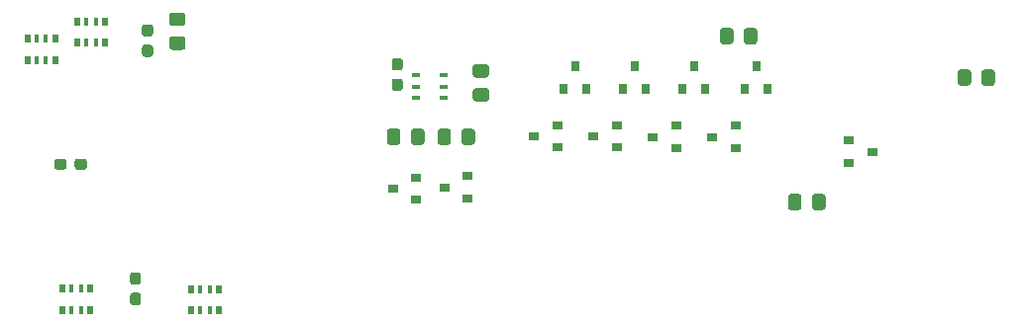
<source format=gbp>
G04 #@! TF.GenerationSoftware,KiCad,Pcbnew,(5.1.7)-1*
G04 #@! TF.CreationDate,2021-11-01T12:52:46-05:00*
G04 #@! TF.ProjectId,PIC-nixie,5049432d-6e69-4786-9965-2e6b69636164,rev?*
G04 #@! TF.SameCoordinates,Original*
G04 #@! TF.FileFunction,Paste,Bot*
G04 #@! TF.FilePolarity,Positive*
%FSLAX46Y46*%
G04 Gerber Fmt 4.6, Leading zero omitted, Abs format (unit mm)*
G04 Created by KiCad (PCBNEW (5.1.7)-1) date 2021-11-01 12:52:46*
%MOMM*%
%LPD*%
G01*
G04 APERTURE LIST*
%ADD10R,0.700000X0.450000*%
%ADD11R,0.500000X0.800000*%
%ADD12R,0.400000X0.800000*%
%ADD13R,0.900000X0.800000*%
%ADD14R,0.800000X0.900000*%
G04 APERTURE END LIST*
D10*
X145510000Y-80236000D03*
X145510000Y-81186000D03*
X145510000Y-82136000D03*
X147910000Y-82136000D03*
X147910000Y-81186000D03*
X147910000Y-80236000D03*
D11*
X128700000Y-100400000D03*
D12*
X127900000Y-100400000D03*
D11*
X126300000Y-100400000D03*
D12*
X127100000Y-100400000D03*
D11*
X128700000Y-98600000D03*
D12*
X127100000Y-98600000D03*
X127900000Y-98600000D03*
D11*
X126300000Y-98600000D03*
X117725000Y-100325000D03*
D12*
X116925000Y-100325000D03*
D11*
X115325000Y-100325000D03*
D12*
X116125000Y-100325000D03*
D11*
X117725000Y-98525000D03*
D12*
X116125000Y-98525000D03*
X116925000Y-98525000D03*
D11*
X115325000Y-98525000D03*
X114725000Y-78900000D03*
D12*
X113925000Y-78900000D03*
D11*
X112325000Y-78900000D03*
D12*
X113125000Y-78900000D03*
D11*
X114725000Y-77100000D03*
D12*
X113125000Y-77100000D03*
X113925000Y-77100000D03*
D11*
X112325000Y-77100000D03*
X116575000Y-75625000D03*
D12*
X117375000Y-75625000D03*
D11*
X118975000Y-75625000D03*
D12*
X118175000Y-75625000D03*
D11*
X116575000Y-77425000D03*
D12*
X118175000Y-77425000D03*
X117375000Y-77425000D03*
D11*
X118975000Y-77425000D03*
G36*
G01*
X179418000Y-91542001D02*
X179418000Y-90641999D01*
G75*
G02*
X179667999Y-90392000I249999J0D01*
G01*
X180318001Y-90392000D01*
G75*
G02*
X180568000Y-90641999I0J-249999D01*
G01*
X180568000Y-91542001D01*
G75*
G02*
X180318001Y-91792000I-249999J0D01*
G01*
X179667999Y-91792000D01*
G75*
G02*
X179418000Y-91542001I0J249999D01*
G01*
G37*
G36*
G01*
X177368000Y-91542001D02*
X177368000Y-90641999D01*
G75*
G02*
X177617999Y-90392000I249999J0D01*
G01*
X178268001Y-90392000D01*
G75*
G02*
X178518000Y-90641999I0J-249999D01*
G01*
X178518000Y-91542001D01*
G75*
G02*
X178268001Y-91792000I-249999J0D01*
G01*
X177617999Y-91792000D01*
G75*
G02*
X177368000Y-91542001I0J249999D01*
G01*
G37*
G36*
G01*
X144219000Y-85053999D02*
X144219000Y-85954001D01*
G75*
G02*
X143969001Y-86204000I-249999J0D01*
G01*
X143318999Y-86204000D01*
G75*
G02*
X143069000Y-85954001I0J249999D01*
G01*
X143069000Y-85053999D01*
G75*
G02*
X143318999Y-84804000I249999J0D01*
G01*
X143969001Y-84804000D01*
G75*
G02*
X144219000Y-85053999I0J-249999D01*
G01*
G37*
G36*
G01*
X146269000Y-85053999D02*
X146269000Y-85954001D01*
G75*
G02*
X146019001Y-86204000I-249999J0D01*
G01*
X145368999Y-86204000D01*
G75*
G02*
X145119000Y-85954001I0J249999D01*
G01*
X145119000Y-85053999D01*
G75*
G02*
X145368999Y-84804000I249999J0D01*
G01*
X146019001Y-84804000D01*
G75*
G02*
X146269000Y-85053999I0J-249999D01*
G01*
G37*
G36*
G01*
X148546000Y-85053999D02*
X148546000Y-85954001D01*
G75*
G02*
X148296001Y-86204000I-249999J0D01*
G01*
X147645999Y-86204000D01*
G75*
G02*
X147396000Y-85954001I0J249999D01*
G01*
X147396000Y-85053999D01*
G75*
G02*
X147645999Y-84804000I249999J0D01*
G01*
X148296001Y-84804000D01*
G75*
G02*
X148546000Y-85053999I0J-249999D01*
G01*
G37*
G36*
G01*
X150596000Y-85053999D02*
X150596000Y-85954001D01*
G75*
G02*
X150346001Y-86204000I-249999J0D01*
G01*
X149695999Y-86204000D01*
G75*
G02*
X149446000Y-85954001I0J249999D01*
G01*
X149446000Y-85053999D01*
G75*
G02*
X149695999Y-84804000I249999J0D01*
G01*
X150346001Y-84804000D01*
G75*
G02*
X150596000Y-85053999I0J-249999D01*
G01*
G37*
G36*
G01*
X151550001Y-80425000D02*
X150649999Y-80425000D01*
G75*
G02*
X150400000Y-80175001I0J249999D01*
G01*
X150400000Y-79524999D01*
G75*
G02*
X150649999Y-79275000I249999J0D01*
G01*
X151550001Y-79275000D01*
G75*
G02*
X151800000Y-79524999I0J-249999D01*
G01*
X151800000Y-80175001D01*
G75*
G02*
X151550001Y-80425000I-249999J0D01*
G01*
G37*
G36*
G01*
X151550001Y-82475000D02*
X150649999Y-82475000D01*
G75*
G02*
X150400000Y-82225001I0J249999D01*
G01*
X150400000Y-81574999D01*
G75*
G02*
X150649999Y-81325000I249999J0D01*
G01*
X151550001Y-81325000D01*
G75*
G02*
X151800000Y-81574999I0J-249999D01*
G01*
X151800000Y-82225001D01*
G75*
G02*
X151550001Y-82475000I-249999J0D01*
G01*
G37*
G36*
G01*
X172685000Y-76417999D02*
X172685000Y-77318001D01*
G75*
G02*
X172435001Y-77568000I-249999J0D01*
G01*
X171784999Y-77568000D01*
G75*
G02*
X171535000Y-77318001I0J249999D01*
G01*
X171535000Y-76417999D01*
G75*
G02*
X171784999Y-76168000I249999J0D01*
G01*
X172435001Y-76168000D01*
G75*
G02*
X172685000Y-76417999I0J-249999D01*
G01*
G37*
G36*
G01*
X174735000Y-76417999D02*
X174735000Y-77318001D01*
G75*
G02*
X174485001Y-77568000I-249999J0D01*
G01*
X173834999Y-77568000D01*
G75*
G02*
X173585000Y-77318001I0J249999D01*
G01*
X173585000Y-76417999D01*
G75*
G02*
X173834999Y-76168000I249999J0D01*
G01*
X174485001Y-76168000D01*
G75*
G02*
X174735000Y-76417999I0J-249999D01*
G01*
G37*
G36*
G01*
X125600001Y-78050000D02*
X124699999Y-78050000D01*
G75*
G02*
X124450000Y-77800001I0J249999D01*
G01*
X124450000Y-77149999D01*
G75*
G02*
X124699999Y-76900000I249999J0D01*
G01*
X125600001Y-76900000D01*
G75*
G02*
X125850000Y-77149999I0J-249999D01*
G01*
X125850000Y-77800001D01*
G75*
G02*
X125600001Y-78050000I-249999J0D01*
G01*
G37*
G36*
G01*
X125600001Y-76000000D02*
X124699999Y-76000000D01*
G75*
G02*
X124450000Y-75750001I0J249999D01*
G01*
X124450000Y-75099999D01*
G75*
G02*
X124699999Y-74850000I249999J0D01*
G01*
X125600001Y-74850000D01*
G75*
G02*
X125850000Y-75099999I0J-249999D01*
G01*
X125850000Y-75750001D01*
G75*
G02*
X125600001Y-76000000I-249999J0D01*
G01*
G37*
D13*
X143584000Y-89924000D03*
X145584000Y-90874000D03*
X145584000Y-88974000D03*
X147980000Y-89822000D03*
X149980000Y-90772000D03*
X149980000Y-88872000D03*
D14*
X159156000Y-79408000D03*
X158206000Y-81408000D03*
X160106000Y-81408000D03*
X164236000Y-79424000D03*
X163286000Y-81424000D03*
X165186000Y-81424000D03*
X169300000Y-79424000D03*
X168350000Y-81424000D03*
X170250000Y-81424000D03*
X174650000Y-79424000D03*
X173700000Y-81424000D03*
X175600000Y-81424000D03*
D13*
X157632000Y-84488000D03*
X157632000Y-86388000D03*
X155632000Y-85438000D03*
X160712000Y-85438000D03*
X162712000Y-86388000D03*
X162712000Y-84488000D03*
X165776000Y-85504000D03*
X167776000Y-86454000D03*
X167776000Y-84554000D03*
X170856000Y-85504000D03*
X172856000Y-86454000D03*
X172856000Y-84554000D03*
X184540000Y-86774000D03*
X182540000Y-85824000D03*
X182540000Y-87724000D03*
G36*
G01*
X193005000Y-79973999D02*
X193005000Y-80874001D01*
G75*
G02*
X192755001Y-81124000I-249999J0D01*
G01*
X192104999Y-81124000D01*
G75*
G02*
X191855000Y-80874001I0J249999D01*
G01*
X191855000Y-79973999D01*
G75*
G02*
X192104999Y-79724000I249999J0D01*
G01*
X192755001Y-79724000D01*
G75*
G02*
X193005000Y-79973999I0J-249999D01*
G01*
G37*
G36*
G01*
X195055000Y-79973999D02*
X195055000Y-80874001D01*
G75*
G02*
X194805001Y-81124000I-249999J0D01*
G01*
X194154999Y-81124000D01*
G75*
G02*
X193905000Y-80874001I0J249999D01*
G01*
X193905000Y-79973999D01*
G75*
G02*
X194154999Y-79724000I249999J0D01*
G01*
X194805001Y-79724000D01*
G75*
G02*
X195055000Y-79973999I0J-249999D01*
G01*
G37*
G36*
G01*
X144187500Y-79825000D02*
X143712500Y-79825000D01*
G75*
G02*
X143475000Y-79587500I0J237500D01*
G01*
X143475000Y-79012500D01*
G75*
G02*
X143712500Y-78775000I237500J0D01*
G01*
X144187500Y-78775000D01*
G75*
G02*
X144425000Y-79012500I0J-237500D01*
G01*
X144425000Y-79587500D01*
G75*
G02*
X144187500Y-79825000I-237500J0D01*
G01*
G37*
G36*
G01*
X144187500Y-81575000D02*
X143712500Y-81575000D01*
G75*
G02*
X143475000Y-81337500I0J237500D01*
G01*
X143475000Y-80762500D01*
G75*
G02*
X143712500Y-80525000I237500J0D01*
G01*
X144187500Y-80525000D01*
G75*
G02*
X144425000Y-80762500I0J-237500D01*
G01*
X144425000Y-81337500D01*
G75*
G02*
X144187500Y-81575000I-237500J0D01*
G01*
G37*
G36*
G01*
X116375000Y-88087500D02*
X116375000Y-87612500D01*
G75*
G02*
X116612500Y-87375000I237500J0D01*
G01*
X117187500Y-87375000D01*
G75*
G02*
X117425000Y-87612500I0J-237500D01*
G01*
X117425000Y-88087500D01*
G75*
G02*
X117187500Y-88325000I-237500J0D01*
G01*
X116612500Y-88325000D01*
G75*
G02*
X116375000Y-88087500I0J237500D01*
G01*
G37*
G36*
G01*
X114625000Y-88087500D02*
X114625000Y-87612500D01*
G75*
G02*
X114862500Y-87375000I237500J0D01*
G01*
X115437500Y-87375000D01*
G75*
G02*
X115675000Y-87612500I0J-237500D01*
G01*
X115675000Y-88087500D01*
G75*
G02*
X115437500Y-88325000I-237500J0D01*
G01*
X114862500Y-88325000D01*
G75*
G02*
X114625000Y-88087500I0J237500D01*
G01*
G37*
G36*
G01*
X121337500Y-98875000D02*
X121812500Y-98875000D01*
G75*
G02*
X122050000Y-99112500I0J-237500D01*
G01*
X122050000Y-99687500D01*
G75*
G02*
X121812500Y-99925000I-237500J0D01*
G01*
X121337500Y-99925000D01*
G75*
G02*
X121100000Y-99687500I0J237500D01*
G01*
X121100000Y-99112500D01*
G75*
G02*
X121337500Y-98875000I237500J0D01*
G01*
G37*
G36*
G01*
X121337500Y-97125000D02*
X121812500Y-97125000D01*
G75*
G02*
X122050000Y-97362500I0J-237500D01*
G01*
X122050000Y-97937500D01*
G75*
G02*
X121812500Y-98175000I-237500J0D01*
G01*
X121337500Y-98175000D01*
G75*
G02*
X121100000Y-97937500I0J237500D01*
G01*
X121100000Y-97362500D01*
G75*
G02*
X121337500Y-97125000I237500J0D01*
G01*
G37*
G36*
G01*
X122837500Y-78650000D02*
X122362500Y-78650000D01*
G75*
G02*
X122125000Y-78412500I0J237500D01*
G01*
X122125000Y-77837500D01*
G75*
G02*
X122362500Y-77600000I237500J0D01*
G01*
X122837500Y-77600000D01*
G75*
G02*
X123075000Y-77837500I0J-237500D01*
G01*
X123075000Y-78412500D01*
G75*
G02*
X122837500Y-78650000I-237500J0D01*
G01*
G37*
G36*
G01*
X122837500Y-76900000D02*
X122362500Y-76900000D01*
G75*
G02*
X122125000Y-76662500I0J237500D01*
G01*
X122125000Y-76087500D01*
G75*
G02*
X122362500Y-75850000I237500J0D01*
G01*
X122837500Y-75850000D01*
G75*
G02*
X123075000Y-76087500I0J-237500D01*
G01*
X123075000Y-76662500D01*
G75*
G02*
X122837500Y-76900000I-237500J0D01*
G01*
G37*
M02*

</source>
